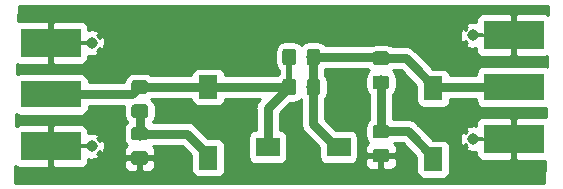
<source format=gbr>
G04 #@! TF.GenerationSoftware,KiCad,Pcbnew,(5.0.2)-1*
G04 #@! TF.CreationDate,2019-04-22T16:25:30-07:00*
G04 #@! TF.ProjectId,Image_Filter_Rev1,496d6167-655f-4466-996c-7465725f5265,rev?*
G04 #@! TF.SameCoordinates,Original*
G04 #@! TF.FileFunction,Copper,L1,Top*
G04 #@! TF.FilePolarity,Positive*
%FSLAX46Y46*%
G04 Gerber Fmt 4.6, Leading zero omitted, Abs format (unit mm)*
G04 Created by KiCad (PCBNEW (5.0.2)-1) date 4/22/2019 4:25:30 PM*
%MOMM*%
%LPD*%
G01*
G04 APERTURE LIST*
G04 #@! TA.AperFunction,Conductor*
%ADD10C,0.100000*%
G04 #@! TD*
G04 #@! TA.AperFunction,SMDPad,CuDef*
%ADD11C,1.150000*%
G04 #@! TD*
G04 #@! TA.AperFunction,SMDPad,CuDef*
%ADD12R,1.600000X2.000000*%
G04 #@! TD*
G04 #@! TA.AperFunction,SMDPad,CuDef*
%ADD13R,2.000000X1.600000*%
G04 #@! TD*
G04 #@! TA.AperFunction,SMDPad,CuDef*
%ADD14R,5.080000X2.290000*%
G04 #@! TD*
G04 #@! TA.AperFunction,SMDPad,CuDef*
%ADD15R,5.080000X2.420000*%
G04 #@! TD*
G04 #@! TA.AperFunction,ViaPad*
%ADD16C,0.970000*%
G04 #@! TD*
G04 #@! TA.AperFunction,Conductor*
%ADD17R,0.950000X0.460000*%
G04 #@! TD*
G04 #@! TA.AperFunction,Conductor*
%ADD18C,0.762000*%
G04 #@! TD*
G04 #@! TA.AperFunction,Conductor*
%ADD19C,0.508000*%
G04 #@! TD*
G04 #@! TA.AperFunction,Conductor*
%ADD20C,0.250000*%
G04 #@! TD*
G04 #@! TA.AperFunction,Conductor*
%ADD21C,0.254000*%
G04 #@! TD*
G04 APERTURE END LIST*
D10*
G04 #@! TO.N,Net-(C1-Pad1)*
G04 #@! TO.C,C1*
G36*
X114037905Y-82611204D02*
X114062173Y-82614804D01*
X114085972Y-82620765D01*
X114109071Y-82629030D01*
X114131250Y-82639520D01*
X114152293Y-82652132D01*
X114171999Y-82666747D01*
X114190177Y-82683223D01*
X114206653Y-82701401D01*
X114221268Y-82721107D01*
X114233880Y-82742150D01*
X114244370Y-82764329D01*
X114252635Y-82787428D01*
X114258596Y-82811227D01*
X114262196Y-82835495D01*
X114263400Y-82859999D01*
X114263400Y-83510001D01*
X114262196Y-83534505D01*
X114258596Y-83558773D01*
X114252635Y-83582572D01*
X114244370Y-83605671D01*
X114233880Y-83627850D01*
X114221268Y-83648893D01*
X114206653Y-83668599D01*
X114190177Y-83686777D01*
X114171999Y-83703253D01*
X114152293Y-83717868D01*
X114131250Y-83730480D01*
X114109071Y-83740970D01*
X114085972Y-83749235D01*
X114062173Y-83755196D01*
X114037905Y-83758796D01*
X114013401Y-83760000D01*
X113113399Y-83760000D01*
X113088895Y-83758796D01*
X113064627Y-83755196D01*
X113040828Y-83749235D01*
X113017729Y-83740970D01*
X112995550Y-83730480D01*
X112974507Y-83717868D01*
X112954801Y-83703253D01*
X112936623Y-83686777D01*
X112920147Y-83668599D01*
X112905532Y-83648893D01*
X112892920Y-83627850D01*
X112882430Y-83605671D01*
X112874165Y-83582572D01*
X112868204Y-83558773D01*
X112864604Y-83534505D01*
X112863400Y-83510001D01*
X112863400Y-82859999D01*
X112864604Y-82835495D01*
X112868204Y-82811227D01*
X112874165Y-82787428D01*
X112882430Y-82764329D01*
X112892920Y-82742150D01*
X112905532Y-82721107D01*
X112920147Y-82701401D01*
X112936623Y-82683223D01*
X112954801Y-82666747D01*
X112974507Y-82652132D01*
X112995550Y-82639520D01*
X113017729Y-82629030D01*
X113040828Y-82620765D01*
X113064627Y-82614804D01*
X113088895Y-82611204D01*
X113113399Y-82610000D01*
X114013401Y-82610000D01*
X114037905Y-82611204D01*
X114037905Y-82611204D01*
G37*
D11*
G04 #@! TD*
G04 #@! TO.P,C1,1*
G04 #@! TO.N,Net-(C1-Pad1)*
X113563400Y-83185000D03*
D10*
G04 #@! TO.N,Net-(C1-Pad2)*
G04 #@! TO.C,C1*
G36*
X114037905Y-84661204D02*
X114062173Y-84664804D01*
X114085972Y-84670765D01*
X114109071Y-84679030D01*
X114131250Y-84689520D01*
X114152293Y-84702132D01*
X114171999Y-84716747D01*
X114190177Y-84733223D01*
X114206653Y-84751401D01*
X114221268Y-84771107D01*
X114233880Y-84792150D01*
X114244370Y-84814329D01*
X114252635Y-84837428D01*
X114258596Y-84861227D01*
X114262196Y-84885495D01*
X114263400Y-84909999D01*
X114263400Y-85560001D01*
X114262196Y-85584505D01*
X114258596Y-85608773D01*
X114252635Y-85632572D01*
X114244370Y-85655671D01*
X114233880Y-85677850D01*
X114221268Y-85698893D01*
X114206653Y-85718599D01*
X114190177Y-85736777D01*
X114171999Y-85753253D01*
X114152293Y-85767868D01*
X114131250Y-85780480D01*
X114109071Y-85790970D01*
X114085972Y-85799235D01*
X114062173Y-85805196D01*
X114037905Y-85808796D01*
X114013401Y-85810000D01*
X113113399Y-85810000D01*
X113088895Y-85808796D01*
X113064627Y-85805196D01*
X113040828Y-85799235D01*
X113017729Y-85790970D01*
X112995550Y-85780480D01*
X112974507Y-85767868D01*
X112954801Y-85753253D01*
X112936623Y-85736777D01*
X112920147Y-85718599D01*
X112905532Y-85698893D01*
X112892920Y-85677850D01*
X112882430Y-85655671D01*
X112874165Y-85632572D01*
X112868204Y-85608773D01*
X112864604Y-85584505D01*
X112863400Y-85560001D01*
X112863400Y-84909999D01*
X112864604Y-84885495D01*
X112868204Y-84861227D01*
X112874165Y-84837428D01*
X112882430Y-84814329D01*
X112892920Y-84792150D01*
X112905532Y-84771107D01*
X112920147Y-84751401D01*
X112936623Y-84733223D01*
X112954801Y-84716747D01*
X112974507Y-84702132D01*
X112995550Y-84689520D01*
X113017729Y-84679030D01*
X113040828Y-84670765D01*
X113064627Y-84664804D01*
X113088895Y-84661204D01*
X113113399Y-84660000D01*
X114013401Y-84660000D01*
X114037905Y-84661204D01*
X114037905Y-84661204D01*
G37*
D11*
G04 #@! TD*
G04 #@! TO.P,C1,2*
G04 #@! TO.N,Net-(C1-Pad2)*
X113563400Y-85235000D03*
D10*
G04 #@! TO.N,Net-(C2-Pad1)*
G04 #@! TO.C,C2*
G36*
X128619505Y-82486204D02*
X128643773Y-82489804D01*
X128667572Y-82495765D01*
X128690671Y-82504030D01*
X128712850Y-82514520D01*
X128733893Y-82527132D01*
X128753599Y-82541747D01*
X128771777Y-82558223D01*
X128788253Y-82576401D01*
X128802868Y-82596107D01*
X128815480Y-82617150D01*
X128825970Y-82639329D01*
X128834235Y-82662428D01*
X128840196Y-82686227D01*
X128843796Y-82710495D01*
X128845000Y-82734999D01*
X128845000Y-83635001D01*
X128843796Y-83659505D01*
X128840196Y-83683773D01*
X128834235Y-83707572D01*
X128825970Y-83730671D01*
X128815480Y-83752850D01*
X128802868Y-83773893D01*
X128788253Y-83793599D01*
X128771777Y-83811777D01*
X128753599Y-83828253D01*
X128733893Y-83842868D01*
X128712850Y-83855480D01*
X128690671Y-83865970D01*
X128667572Y-83874235D01*
X128643773Y-83880196D01*
X128619505Y-83883796D01*
X128595001Y-83885000D01*
X127944999Y-83885000D01*
X127920495Y-83883796D01*
X127896227Y-83880196D01*
X127872428Y-83874235D01*
X127849329Y-83865970D01*
X127827150Y-83855480D01*
X127806107Y-83842868D01*
X127786401Y-83828253D01*
X127768223Y-83811777D01*
X127751747Y-83793599D01*
X127737132Y-83773893D01*
X127724520Y-83752850D01*
X127714030Y-83730671D01*
X127705765Y-83707572D01*
X127699804Y-83683773D01*
X127696204Y-83659505D01*
X127695000Y-83635001D01*
X127695000Y-82734999D01*
X127696204Y-82710495D01*
X127699804Y-82686227D01*
X127705765Y-82662428D01*
X127714030Y-82639329D01*
X127724520Y-82617150D01*
X127737132Y-82596107D01*
X127751747Y-82576401D01*
X127768223Y-82558223D01*
X127786401Y-82541747D01*
X127806107Y-82527132D01*
X127827150Y-82514520D01*
X127849329Y-82504030D01*
X127872428Y-82495765D01*
X127896227Y-82489804D01*
X127920495Y-82486204D01*
X127944999Y-82485000D01*
X128595001Y-82485000D01*
X128619505Y-82486204D01*
X128619505Y-82486204D01*
G37*
D11*
G04 #@! TD*
G04 #@! TO.P,C2,1*
G04 #@! TO.N,Net-(C2-Pad1)*
X128270000Y-83185000D03*
D10*
G04 #@! TO.N,Net-(C1-Pad1)*
G04 #@! TO.C,C2*
G36*
X126569505Y-82486204D02*
X126593773Y-82489804D01*
X126617572Y-82495765D01*
X126640671Y-82504030D01*
X126662850Y-82514520D01*
X126683893Y-82527132D01*
X126703599Y-82541747D01*
X126721777Y-82558223D01*
X126738253Y-82576401D01*
X126752868Y-82596107D01*
X126765480Y-82617150D01*
X126775970Y-82639329D01*
X126784235Y-82662428D01*
X126790196Y-82686227D01*
X126793796Y-82710495D01*
X126795000Y-82734999D01*
X126795000Y-83635001D01*
X126793796Y-83659505D01*
X126790196Y-83683773D01*
X126784235Y-83707572D01*
X126775970Y-83730671D01*
X126765480Y-83752850D01*
X126752868Y-83773893D01*
X126738253Y-83793599D01*
X126721777Y-83811777D01*
X126703599Y-83828253D01*
X126683893Y-83842868D01*
X126662850Y-83855480D01*
X126640671Y-83865970D01*
X126617572Y-83874235D01*
X126593773Y-83880196D01*
X126569505Y-83883796D01*
X126545001Y-83885000D01*
X125894999Y-83885000D01*
X125870495Y-83883796D01*
X125846227Y-83880196D01*
X125822428Y-83874235D01*
X125799329Y-83865970D01*
X125777150Y-83855480D01*
X125756107Y-83842868D01*
X125736401Y-83828253D01*
X125718223Y-83811777D01*
X125701747Y-83793599D01*
X125687132Y-83773893D01*
X125674520Y-83752850D01*
X125664030Y-83730671D01*
X125655765Y-83707572D01*
X125649804Y-83683773D01*
X125646204Y-83659505D01*
X125645000Y-83635001D01*
X125645000Y-82734999D01*
X125646204Y-82710495D01*
X125649804Y-82686227D01*
X125655765Y-82662428D01*
X125664030Y-82639329D01*
X125674520Y-82617150D01*
X125687132Y-82596107D01*
X125701747Y-82576401D01*
X125718223Y-82558223D01*
X125736401Y-82541747D01*
X125756107Y-82527132D01*
X125777150Y-82514520D01*
X125799329Y-82504030D01*
X125822428Y-82495765D01*
X125846227Y-82489804D01*
X125870495Y-82486204D01*
X125894999Y-82485000D01*
X126545001Y-82485000D01*
X126569505Y-82486204D01*
X126569505Y-82486204D01*
G37*
D11*
G04 #@! TD*
G04 #@! TO.P,C2,2*
G04 #@! TO.N,Net-(C1-Pad1)*
X126220000Y-83185000D03*
D10*
G04 #@! TO.N,Net-(C3-Pad2)*
G04 #@! TO.C,C3*
G36*
X134459505Y-82222804D02*
X134483773Y-82226404D01*
X134507572Y-82232365D01*
X134530671Y-82240630D01*
X134552850Y-82251120D01*
X134573893Y-82263732D01*
X134593599Y-82278347D01*
X134611777Y-82294823D01*
X134628253Y-82313001D01*
X134642868Y-82332707D01*
X134655480Y-82353750D01*
X134665970Y-82375929D01*
X134674235Y-82399028D01*
X134680196Y-82422827D01*
X134683796Y-82447095D01*
X134685000Y-82471599D01*
X134685000Y-83121601D01*
X134683796Y-83146105D01*
X134680196Y-83170373D01*
X134674235Y-83194172D01*
X134665970Y-83217271D01*
X134655480Y-83239450D01*
X134642868Y-83260493D01*
X134628253Y-83280199D01*
X134611777Y-83298377D01*
X134593599Y-83314853D01*
X134573893Y-83329468D01*
X134552850Y-83342080D01*
X134530671Y-83352570D01*
X134507572Y-83360835D01*
X134483773Y-83366796D01*
X134459505Y-83370396D01*
X134435001Y-83371600D01*
X133534999Y-83371600D01*
X133510495Y-83370396D01*
X133486227Y-83366796D01*
X133462428Y-83360835D01*
X133439329Y-83352570D01*
X133417150Y-83342080D01*
X133396107Y-83329468D01*
X133376401Y-83314853D01*
X133358223Y-83298377D01*
X133341747Y-83280199D01*
X133327132Y-83260493D01*
X133314520Y-83239450D01*
X133304030Y-83217271D01*
X133295765Y-83194172D01*
X133289804Y-83170373D01*
X133286204Y-83146105D01*
X133285000Y-83121601D01*
X133285000Y-82471599D01*
X133286204Y-82447095D01*
X133289804Y-82422827D01*
X133295765Y-82399028D01*
X133304030Y-82375929D01*
X133314520Y-82353750D01*
X133327132Y-82332707D01*
X133341747Y-82313001D01*
X133358223Y-82294823D01*
X133376401Y-82278347D01*
X133396107Y-82263732D01*
X133417150Y-82251120D01*
X133439329Y-82240630D01*
X133462428Y-82232365D01*
X133486227Y-82226404D01*
X133510495Y-82222804D01*
X133534999Y-82221600D01*
X134435001Y-82221600D01*
X134459505Y-82222804D01*
X134459505Y-82222804D01*
G37*
D11*
G04 #@! TD*
G04 #@! TO.P,C3,2*
G04 #@! TO.N,Net-(C3-Pad2)*
X133985000Y-82796600D03*
D10*
G04 #@! TO.N,Net-(C2-Pad1)*
G04 #@! TO.C,C3*
G36*
X134459505Y-80172804D02*
X134483773Y-80176404D01*
X134507572Y-80182365D01*
X134530671Y-80190630D01*
X134552850Y-80201120D01*
X134573893Y-80213732D01*
X134593599Y-80228347D01*
X134611777Y-80244823D01*
X134628253Y-80263001D01*
X134642868Y-80282707D01*
X134655480Y-80303750D01*
X134665970Y-80325929D01*
X134674235Y-80349028D01*
X134680196Y-80372827D01*
X134683796Y-80397095D01*
X134685000Y-80421599D01*
X134685000Y-81071601D01*
X134683796Y-81096105D01*
X134680196Y-81120373D01*
X134674235Y-81144172D01*
X134665970Y-81167271D01*
X134655480Y-81189450D01*
X134642868Y-81210493D01*
X134628253Y-81230199D01*
X134611777Y-81248377D01*
X134593599Y-81264853D01*
X134573893Y-81279468D01*
X134552850Y-81292080D01*
X134530671Y-81302570D01*
X134507572Y-81310835D01*
X134483773Y-81316796D01*
X134459505Y-81320396D01*
X134435001Y-81321600D01*
X133534999Y-81321600D01*
X133510495Y-81320396D01*
X133486227Y-81316796D01*
X133462428Y-81310835D01*
X133439329Y-81302570D01*
X133417150Y-81292080D01*
X133396107Y-81279468D01*
X133376401Y-81264853D01*
X133358223Y-81248377D01*
X133341747Y-81230199D01*
X133327132Y-81210493D01*
X133314520Y-81189450D01*
X133304030Y-81167271D01*
X133295765Y-81144172D01*
X133289804Y-81120373D01*
X133286204Y-81096105D01*
X133285000Y-81071601D01*
X133285000Y-80421599D01*
X133286204Y-80397095D01*
X133289804Y-80372827D01*
X133295765Y-80349028D01*
X133304030Y-80325929D01*
X133314520Y-80303750D01*
X133327132Y-80282707D01*
X133341747Y-80263001D01*
X133358223Y-80244823D01*
X133376401Y-80228347D01*
X133396107Y-80213732D01*
X133417150Y-80201120D01*
X133439329Y-80190630D01*
X133462428Y-80182365D01*
X133486227Y-80176404D01*
X133510495Y-80172804D01*
X133534999Y-80171600D01*
X134435001Y-80171600D01*
X134459505Y-80172804D01*
X134459505Y-80172804D01*
G37*
D11*
G04 #@! TD*
G04 #@! TO.P,C3,1*
G04 #@! TO.N,Net-(C2-Pad1)*
X133985000Y-80746600D03*
D12*
G04 #@! TO.P,C4,1*
G04 #@! TO.N,Net-(C1-Pad1)*
X119380000Y-83185000D03*
G04 #@! TO.P,C4,2*
G04 #@! TO.N,Net-(C1-Pad2)*
X119380000Y-89185000D03*
G04 #@! TD*
D13*
G04 #@! TO.P,C5,2*
G04 #@! TO.N,Net-(C1-Pad1)*
X124399040Y-88265000D03*
G04 #@! TO.P,C5,1*
G04 #@! TO.N,Net-(C2-Pad1)*
X130399040Y-88265000D03*
G04 #@! TD*
D12*
G04 #@! TO.P,C6,1*
G04 #@! TO.N,Net-(C2-Pad1)*
X138430000Y-83296760D03*
G04 #@! TO.P,C6,2*
G04 #@! TO.N,Net-(C3-Pad2)*
X138430000Y-89296760D03*
G04 #@! TD*
D14*
G04 #@! TO.P,J1,1*
G04 #@! TO.N,Net-(C1-Pad1)*
X106045000Y-83820000D03*
D15*
G04 #@! TO.P,J1,2*
G04 #@! TO.N,GND*
X106045000Y-79440000D03*
X106045000Y-88200000D03*
D16*
G04 #@! TD*
G04 #@! TO.N,GND*
G04 #@! TO.C,J1*
X109485000Y-79440000D03*
G04 #@! TO.N,GND*
G04 #@! TO.C,J1*
X109485000Y-88200000D03*
D17*
X109035000Y-79440000D03*
X109035000Y-88200000D03*
G04 #@! TD*
G04 #@! TO.N,GND*
G04 #@! TO.C,J2*
X142240000Y-78805000D03*
X142240000Y-87565000D03*
D16*
X141790000Y-78805000D03*
X141790000Y-87565000D03*
D15*
G04 #@! TD*
G04 #@! TO.P,J2,2*
G04 #@! TO.N,GND*
X145230000Y-78805000D03*
G04 #@! TO.P,J2,2*
G04 #@! TO.N,GND*
X145230000Y-87565000D03*
D14*
G04 #@! TO.P,J2,1*
G04 #@! TO.N,Net-(C2-Pad1)*
X145230000Y-83185000D03*
G04 #@! TD*
D10*
G04 #@! TO.N,GND*
G04 #@! TO.C,L1*
G36*
X114022665Y-88613444D02*
X114046933Y-88617044D01*
X114070732Y-88623005D01*
X114093831Y-88631270D01*
X114116010Y-88641760D01*
X114137053Y-88654372D01*
X114156759Y-88668987D01*
X114174937Y-88685463D01*
X114191413Y-88703641D01*
X114206028Y-88723347D01*
X114218640Y-88744390D01*
X114229130Y-88766569D01*
X114237395Y-88789668D01*
X114243356Y-88813467D01*
X114246956Y-88837735D01*
X114248160Y-88862239D01*
X114248160Y-89512241D01*
X114246956Y-89536745D01*
X114243356Y-89561013D01*
X114237395Y-89584812D01*
X114229130Y-89607911D01*
X114218640Y-89630090D01*
X114206028Y-89651133D01*
X114191413Y-89670839D01*
X114174937Y-89689017D01*
X114156759Y-89705493D01*
X114137053Y-89720108D01*
X114116010Y-89732720D01*
X114093831Y-89743210D01*
X114070732Y-89751475D01*
X114046933Y-89757436D01*
X114022665Y-89761036D01*
X113998161Y-89762240D01*
X113098159Y-89762240D01*
X113073655Y-89761036D01*
X113049387Y-89757436D01*
X113025588Y-89751475D01*
X113002489Y-89743210D01*
X112980310Y-89732720D01*
X112959267Y-89720108D01*
X112939561Y-89705493D01*
X112921383Y-89689017D01*
X112904907Y-89670839D01*
X112890292Y-89651133D01*
X112877680Y-89630090D01*
X112867190Y-89607911D01*
X112858925Y-89584812D01*
X112852964Y-89561013D01*
X112849364Y-89536745D01*
X112848160Y-89512241D01*
X112848160Y-88862239D01*
X112849364Y-88837735D01*
X112852964Y-88813467D01*
X112858925Y-88789668D01*
X112867190Y-88766569D01*
X112877680Y-88744390D01*
X112890292Y-88723347D01*
X112904907Y-88703641D01*
X112921383Y-88685463D01*
X112939561Y-88668987D01*
X112959267Y-88654372D01*
X112980310Y-88641760D01*
X113002489Y-88631270D01*
X113025588Y-88623005D01*
X113049387Y-88617044D01*
X113073655Y-88613444D01*
X113098159Y-88612240D01*
X113998161Y-88612240D01*
X114022665Y-88613444D01*
X114022665Y-88613444D01*
G37*
D11*
G04 #@! TD*
G04 #@! TO.P,L1,2*
G04 #@! TO.N,GND*
X113548160Y-89187240D03*
D10*
G04 #@! TO.N,Net-(C1-Pad2)*
G04 #@! TO.C,L1*
G36*
X114022665Y-86563444D02*
X114046933Y-86567044D01*
X114070732Y-86573005D01*
X114093831Y-86581270D01*
X114116010Y-86591760D01*
X114137053Y-86604372D01*
X114156759Y-86618987D01*
X114174937Y-86635463D01*
X114191413Y-86653641D01*
X114206028Y-86673347D01*
X114218640Y-86694390D01*
X114229130Y-86716569D01*
X114237395Y-86739668D01*
X114243356Y-86763467D01*
X114246956Y-86787735D01*
X114248160Y-86812239D01*
X114248160Y-87462241D01*
X114246956Y-87486745D01*
X114243356Y-87511013D01*
X114237395Y-87534812D01*
X114229130Y-87557911D01*
X114218640Y-87580090D01*
X114206028Y-87601133D01*
X114191413Y-87620839D01*
X114174937Y-87639017D01*
X114156759Y-87655493D01*
X114137053Y-87670108D01*
X114116010Y-87682720D01*
X114093831Y-87693210D01*
X114070732Y-87701475D01*
X114046933Y-87707436D01*
X114022665Y-87711036D01*
X113998161Y-87712240D01*
X113098159Y-87712240D01*
X113073655Y-87711036D01*
X113049387Y-87707436D01*
X113025588Y-87701475D01*
X113002489Y-87693210D01*
X112980310Y-87682720D01*
X112959267Y-87670108D01*
X112939561Y-87655493D01*
X112921383Y-87639017D01*
X112904907Y-87620839D01*
X112890292Y-87601133D01*
X112877680Y-87580090D01*
X112867190Y-87557911D01*
X112858925Y-87534812D01*
X112852964Y-87511013D01*
X112849364Y-87486745D01*
X112848160Y-87462241D01*
X112848160Y-86812239D01*
X112849364Y-86787735D01*
X112852964Y-86763467D01*
X112858925Y-86739668D01*
X112867190Y-86716569D01*
X112877680Y-86694390D01*
X112890292Y-86673347D01*
X112904907Y-86653641D01*
X112921383Y-86635463D01*
X112939561Y-86618987D01*
X112959267Y-86604372D01*
X112980310Y-86591760D01*
X113002489Y-86581270D01*
X113025588Y-86573005D01*
X113049387Y-86567044D01*
X113073655Y-86563444D01*
X113098159Y-86562240D01*
X113998161Y-86562240D01*
X114022665Y-86563444D01*
X114022665Y-86563444D01*
G37*
D11*
G04 #@! TD*
G04 #@! TO.P,L1,1*
G04 #@! TO.N,Net-(C1-Pad2)*
X113548160Y-87137240D03*
D10*
G04 #@! TO.N,Net-(C1-Pad1)*
G04 #@! TO.C,L2*
G36*
X126569505Y-79946204D02*
X126593773Y-79949804D01*
X126617572Y-79955765D01*
X126640671Y-79964030D01*
X126662850Y-79974520D01*
X126683893Y-79987132D01*
X126703599Y-80001747D01*
X126721777Y-80018223D01*
X126738253Y-80036401D01*
X126752868Y-80056107D01*
X126765480Y-80077150D01*
X126775970Y-80099329D01*
X126784235Y-80122428D01*
X126790196Y-80146227D01*
X126793796Y-80170495D01*
X126795000Y-80194999D01*
X126795000Y-81095001D01*
X126793796Y-81119505D01*
X126790196Y-81143773D01*
X126784235Y-81167572D01*
X126775970Y-81190671D01*
X126765480Y-81212850D01*
X126752868Y-81233893D01*
X126738253Y-81253599D01*
X126721777Y-81271777D01*
X126703599Y-81288253D01*
X126683893Y-81302868D01*
X126662850Y-81315480D01*
X126640671Y-81325970D01*
X126617572Y-81334235D01*
X126593773Y-81340196D01*
X126569505Y-81343796D01*
X126545001Y-81345000D01*
X125894999Y-81345000D01*
X125870495Y-81343796D01*
X125846227Y-81340196D01*
X125822428Y-81334235D01*
X125799329Y-81325970D01*
X125777150Y-81315480D01*
X125756107Y-81302868D01*
X125736401Y-81288253D01*
X125718223Y-81271777D01*
X125701747Y-81253599D01*
X125687132Y-81233893D01*
X125674520Y-81212850D01*
X125664030Y-81190671D01*
X125655765Y-81167572D01*
X125649804Y-81143773D01*
X125646204Y-81119505D01*
X125645000Y-81095001D01*
X125645000Y-80194999D01*
X125646204Y-80170495D01*
X125649804Y-80146227D01*
X125655765Y-80122428D01*
X125664030Y-80099329D01*
X125674520Y-80077150D01*
X125687132Y-80056107D01*
X125701747Y-80036401D01*
X125718223Y-80018223D01*
X125736401Y-80001747D01*
X125756107Y-79987132D01*
X125777150Y-79974520D01*
X125799329Y-79964030D01*
X125822428Y-79955765D01*
X125846227Y-79949804D01*
X125870495Y-79946204D01*
X125894999Y-79945000D01*
X126545001Y-79945000D01*
X126569505Y-79946204D01*
X126569505Y-79946204D01*
G37*
D11*
G04 #@! TD*
G04 #@! TO.P,L2,1*
G04 #@! TO.N,Net-(C1-Pad1)*
X126220000Y-80645000D03*
D10*
G04 #@! TO.N,Net-(C2-Pad1)*
G04 #@! TO.C,L2*
G36*
X128619505Y-79946204D02*
X128643773Y-79949804D01*
X128667572Y-79955765D01*
X128690671Y-79964030D01*
X128712850Y-79974520D01*
X128733893Y-79987132D01*
X128753599Y-80001747D01*
X128771777Y-80018223D01*
X128788253Y-80036401D01*
X128802868Y-80056107D01*
X128815480Y-80077150D01*
X128825970Y-80099329D01*
X128834235Y-80122428D01*
X128840196Y-80146227D01*
X128843796Y-80170495D01*
X128845000Y-80194999D01*
X128845000Y-81095001D01*
X128843796Y-81119505D01*
X128840196Y-81143773D01*
X128834235Y-81167572D01*
X128825970Y-81190671D01*
X128815480Y-81212850D01*
X128802868Y-81233893D01*
X128788253Y-81253599D01*
X128771777Y-81271777D01*
X128753599Y-81288253D01*
X128733893Y-81302868D01*
X128712850Y-81315480D01*
X128690671Y-81325970D01*
X128667572Y-81334235D01*
X128643773Y-81340196D01*
X128619505Y-81343796D01*
X128595001Y-81345000D01*
X127944999Y-81345000D01*
X127920495Y-81343796D01*
X127896227Y-81340196D01*
X127872428Y-81334235D01*
X127849329Y-81325970D01*
X127827150Y-81315480D01*
X127806107Y-81302868D01*
X127786401Y-81288253D01*
X127768223Y-81271777D01*
X127751747Y-81253599D01*
X127737132Y-81233893D01*
X127724520Y-81212850D01*
X127714030Y-81190671D01*
X127705765Y-81167572D01*
X127699804Y-81143773D01*
X127696204Y-81119505D01*
X127695000Y-81095001D01*
X127695000Y-80194999D01*
X127696204Y-80170495D01*
X127699804Y-80146227D01*
X127705765Y-80122428D01*
X127714030Y-80099329D01*
X127724520Y-80077150D01*
X127737132Y-80056107D01*
X127751747Y-80036401D01*
X127768223Y-80018223D01*
X127786401Y-80001747D01*
X127806107Y-79987132D01*
X127827150Y-79974520D01*
X127849329Y-79964030D01*
X127872428Y-79955765D01*
X127896227Y-79949804D01*
X127920495Y-79946204D01*
X127944999Y-79945000D01*
X128595001Y-79945000D01*
X128619505Y-79946204D01*
X128619505Y-79946204D01*
G37*
D11*
G04 #@! TD*
G04 #@! TO.P,L2,2*
G04 #@! TO.N,Net-(C2-Pad1)*
X128270000Y-80645000D03*
D10*
G04 #@! TO.N,Net-(C3-Pad2)*
G04 #@! TO.C,L3*
G36*
X134459505Y-86377804D02*
X134483773Y-86381404D01*
X134507572Y-86387365D01*
X134530671Y-86395630D01*
X134552850Y-86406120D01*
X134573893Y-86418732D01*
X134593599Y-86433347D01*
X134611777Y-86449823D01*
X134628253Y-86468001D01*
X134642868Y-86487707D01*
X134655480Y-86508750D01*
X134665970Y-86530929D01*
X134674235Y-86554028D01*
X134680196Y-86577827D01*
X134683796Y-86602095D01*
X134685000Y-86626599D01*
X134685000Y-87276601D01*
X134683796Y-87301105D01*
X134680196Y-87325373D01*
X134674235Y-87349172D01*
X134665970Y-87372271D01*
X134655480Y-87394450D01*
X134642868Y-87415493D01*
X134628253Y-87435199D01*
X134611777Y-87453377D01*
X134593599Y-87469853D01*
X134573893Y-87484468D01*
X134552850Y-87497080D01*
X134530671Y-87507570D01*
X134507572Y-87515835D01*
X134483773Y-87521796D01*
X134459505Y-87525396D01*
X134435001Y-87526600D01*
X133534999Y-87526600D01*
X133510495Y-87525396D01*
X133486227Y-87521796D01*
X133462428Y-87515835D01*
X133439329Y-87507570D01*
X133417150Y-87497080D01*
X133396107Y-87484468D01*
X133376401Y-87469853D01*
X133358223Y-87453377D01*
X133341747Y-87435199D01*
X133327132Y-87415493D01*
X133314520Y-87394450D01*
X133304030Y-87372271D01*
X133295765Y-87349172D01*
X133289804Y-87325373D01*
X133286204Y-87301105D01*
X133285000Y-87276601D01*
X133285000Y-86626599D01*
X133286204Y-86602095D01*
X133289804Y-86577827D01*
X133295765Y-86554028D01*
X133304030Y-86530929D01*
X133314520Y-86508750D01*
X133327132Y-86487707D01*
X133341747Y-86468001D01*
X133358223Y-86449823D01*
X133376401Y-86433347D01*
X133396107Y-86418732D01*
X133417150Y-86406120D01*
X133439329Y-86395630D01*
X133462428Y-86387365D01*
X133486227Y-86381404D01*
X133510495Y-86377804D01*
X133534999Y-86376600D01*
X134435001Y-86376600D01*
X134459505Y-86377804D01*
X134459505Y-86377804D01*
G37*
D11*
G04 #@! TD*
G04 #@! TO.P,L3,1*
G04 #@! TO.N,Net-(C3-Pad2)*
X133985000Y-86951600D03*
D10*
G04 #@! TO.N,GND*
G04 #@! TO.C,L3*
G36*
X134459505Y-88427804D02*
X134483773Y-88431404D01*
X134507572Y-88437365D01*
X134530671Y-88445630D01*
X134552850Y-88456120D01*
X134573893Y-88468732D01*
X134593599Y-88483347D01*
X134611777Y-88499823D01*
X134628253Y-88518001D01*
X134642868Y-88537707D01*
X134655480Y-88558750D01*
X134665970Y-88580929D01*
X134674235Y-88604028D01*
X134680196Y-88627827D01*
X134683796Y-88652095D01*
X134685000Y-88676599D01*
X134685000Y-89326601D01*
X134683796Y-89351105D01*
X134680196Y-89375373D01*
X134674235Y-89399172D01*
X134665970Y-89422271D01*
X134655480Y-89444450D01*
X134642868Y-89465493D01*
X134628253Y-89485199D01*
X134611777Y-89503377D01*
X134593599Y-89519853D01*
X134573893Y-89534468D01*
X134552850Y-89547080D01*
X134530671Y-89557570D01*
X134507572Y-89565835D01*
X134483773Y-89571796D01*
X134459505Y-89575396D01*
X134435001Y-89576600D01*
X133534999Y-89576600D01*
X133510495Y-89575396D01*
X133486227Y-89571796D01*
X133462428Y-89565835D01*
X133439329Y-89557570D01*
X133417150Y-89547080D01*
X133396107Y-89534468D01*
X133376401Y-89519853D01*
X133358223Y-89503377D01*
X133341747Y-89485199D01*
X133327132Y-89465493D01*
X133314520Y-89444450D01*
X133304030Y-89422271D01*
X133295765Y-89399172D01*
X133289804Y-89375373D01*
X133286204Y-89351105D01*
X133285000Y-89326601D01*
X133285000Y-88676599D01*
X133286204Y-88652095D01*
X133289804Y-88627827D01*
X133295765Y-88604028D01*
X133304030Y-88580929D01*
X133314520Y-88558750D01*
X133327132Y-88537707D01*
X133341747Y-88518001D01*
X133358223Y-88499823D01*
X133376401Y-88483347D01*
X133396107Y-88468732D01*
X133417150Y-88456120D01*
X133439329Y-88445630D01*
X133462428Y-88437365D01*
X133486227Y-88431404D01*
X133510495Y-88427804D01*
X133534999Y-88426600D01*
X134435001Y-88426600D01*
X134459505Y-88427804D01*
X134459505Y-88427804D01*
G37*
D11*
G04 #@! TD*
G04 #@! TO.P,L3,2*
G04 #@! TO.N,GND*
X133985000Y-89001600D03*
D18*
G04 #@! TO.N,Net-(C1-Pad1)*
X112928400Y-83820000D02*
X113563400Y-83185000D01*
X106045000Y-83820000D02*
X112928400Y-83820000D01*
X113563400Y-83185000D02*
X126220000Y-83185000D01*
D19*
X126220000Y-80645000D02*
X126220000Y-83185000D01*
D18*
X124399040Y-85005960D02*
X124399040Y-88265000D01*
X126220000Y-83185000D02*
X124399040Y-85005960D01*
D20*
G04 #@! TO.N,Net-(C1-Pad2)*
X113563400Y-87122000D02*
X113548160Y-87137240D01*
D18*
X113563400Y-85235000D02*
X113563400Y-87122000D01*
D20*
X119380000Y-88985000D02*
X119380000Y-89185000D01*
D18*
X117532240Y-87137240D02*
X119380000Y-88985000D01*
X113548160Y-87137240D02*
X117532240Y-87137240D01*
G04 #@! TO.N,Net-(C2-Pad1)*
X128270000Y-80645000D02*
X128270000Y-83185000D01*
D20*
X130199040Y-88265000D02*
X130399040Y-88265000D01*
D18*
X128270000Y-86335960D02*
X130199040Y-88265000D01*
X128270000Y-83185000D02*
X128270000Y-86335960D01*
D20*
X133883400Y-80645000D02*
X133985000Y-80746600D01*
D18*
X128270000Y-80645000D02*
X133883400Y-80645000D01*
D20*
X138430000Y-83096760D02*
X138430000Y-83296760D01*
D18*
X133985000Y-80746600D02*
X136079840Y-80746600D01*
X138518240Y-83185000D02*
X145230000Y-83185000D01*
X136613240Y-81280000D02*
X138518240Y-83185000D01*
D20*
X136613240Y-81280000D02*
X138430000Y-83096760D01*
D18*
X136079840Y-80746600D02*
X136613240Y-81280000D01*
G04 #@! TO.N,Net-(C3-Pad2)*
X133985000Y-82796600D02*
X133985000Y-86951600D01*
D20*
X138430000Y-89096760D02*
X138430000Y-89296760D01*
D18*
X136284840Y-86951600D02*
X138430000Y-89096760D01*
X133985000Y-86951600D02*
X136284840Y-86951600D01*
D20*
G04 #@! TO.N,GND*
X141790000Y-78805000D02*
X145230000Y-78805000D01*
X141790000Y-87565000D02*
X145230000Y-87565000D01*
X109485000Y-88200000D02*
X106045000Y-88200000D01*
X109485000Y-79440000D02*
X106045000Y-79440000D01*
G04 #@! TD*
D21*
G04 #@! TO.N,GND*
G36*
X132900414Y-81706186D02*
X132998313Y-81771600D01*
X132900414Y-81837014D01*
X132705873Y-82128164D01*
X132637560Y-82471599D01*
X132637560Y-83121601D01*
X132705873Y-83465036D01*
X132900414Y-83756186D01*
X132969000Y-83802014D01*
X132969001Y-85946186D01*
X132900414Y-85992014D01*
X132705873Y-86283164D01*
X132637560Y-86626599D01*
X132637560Y-87276601D01*
X132705873Y-87620036D01*
X132900414Y-87911186D01*
X132901597Y-87911977D01*
X132746673Y-88066902D01*
X132650000Y-88300291D01*
X132650000Y-88715850D01*
X132808750Y-88874600D01*
X133858000Y-88874600D01*
X133858000Y-88854600D01*
X134112000Y-88854600D01*
X134112000Y-88874600D01*
X135161250Y-88874600D01*
X135320000Y-88715850D01*
X135320000Y-88300291D01*
X135223327Y-88066902D01*
X135124026Y-87967600D01*
X135864000Y-87967600D01*
X136982560Y-89086161D01*
X136982560Y-90296760D01*
X137031843Y-90544525D01*
X137172191Y-90754569D01*
X137382235Y-90894917D01*
X137630000Y-90944200D01*
X139230000Y-90944200D01*
X139477765Y-90894917D01*
X139687809Y-90754569D01*
X139828157Y-90544525D01*
X139877440Y-90296760D01*
X139877440Y-88296760D01*
X139828157Y-88048995D01*
X139687809Y-87838951D01*
X139477765Y-87698603D01*
X139230000Y-87649320D01*
X138419401Y-87649320D01*
X138193645Y-87423564D01*
X140656851Y-87423564D01*
X140688982Y-87867968D01*
X140797232Y-88129308D01*
X141010800Y-88164595D01*
X141166344Y-88009051D01*
X141226673Y-88154699D01*
X141303290Y-88231315D01*
X141190405Y-88344200D01*
X141225692Y-88557768D01*
X141648564Y-88698149D01*
X142055000Y-88668763D01*
X142055000Y-88901310D01*
X142151673Y-89134699D01*
X142330302Y-89313327D01*
X142563691Y-89410000D01*
X144944250Y-89410000D01*
X145103000Y-89251250D01*
X145103000Y-87692000D01*
X145083000Y-87692000D01*
X145083000Y-87438000D01*
X145103000Y-87438000D01*
X145103000Y-85878750D01*
X144944250Y-85720000D01*
X142563691Y-85720000D01*
X142330302Y-85816673D01*
X142151673Y-85995301D01*
X142055000Y-86228690D01*
X142055000Y-86472871D01*
X141931436Y-86431851D01*
X141487032Y-86463982D01*
X141225692Y-86572232D01*
X141190405Y-86785800D01*
X141303290Y-86898685D01*
X141226673Y-86975301D01*
X141166344Y-87120949D01*
X141010800Y-86965405D01*
X140797232Y-87000692D01*
X140656851Y-87423564D01*
X138193645Y-87423564D01*
X137074020Y-86303940D01*
X137017335Y-86219105D01*
X136681263Y-85994549D01*
X136384905Y-85935600D01*
X136384903Y-85935600D01*
X136284840Y-85915696D01*
X136184777Y-85935600D01*
X135001000Y-85935600D01*
X135001000Y-83802014D01*
X135069586Y-83756186D01*
X135264127Y-83465036D01*
X135332440Y-83121601D01*
X135332440Y-82471599D01*
X135264127Y-82128164D01*
X135069586Y-81837014D01*
X134971687Y-81771600D01*
X134985157Y-81762600D01*
X135659000Y-81762600D01*
X135824063Y-81927663D01*
X136982560Y-83086161D01*
X136982560Y-84296760D01*
X137031843Y-84544525D01*
X137172191Y-84754569D01*
X137382235Y-84894917D01*
X137630000Y-84944200D01*
X139230000Y-84944200D01*
X139477765Y-84894917D01*
X139687809Y-84754569D01*
X139828157Y-84544525D01*
X139877440Y-84296760D01*
X139877440Y-84201000D01*
X142042560Y-84201000D01*
X142042560Y-84330000D01*
X142091843Y-84577765D01*
X142232191Y-84787809D01*
X142442235Y-84928157D01*
X142690000Y-84977440D01*
X147770000Y-84977440D01*
X147963411Y-84938969D01*
X147946705Y-85740875D01*
X147896309Y-85720000D01*
X145515750Y-85720000D01*
X145357000Y-85878750D01*
X145357000Y-87438000D01*
X145377000Y-87438000D01*
X145377000Y-87692000D01*
X145357000Y-87692000D01*
X145357000Y-89251250D01*
X145515750Y-89410000D01*
X147870265Y-89410000D01*
X147830619Y-91313000D01*
X102999673Y-91313000D01*
X103030495Y-89833521D01*
X103145302Y-89948327D01*
X103378691Y-90045000D01*
X105759250Y-90045000D01*
X105918000Y-89886250D01*
X105918000Y-88327000D01*
X105898000Y-88327000D01*
X105898000Y-88073000D01*
X105918000Y-88073000D01*
X105918000Y-86513750D01*
X106172000Y-86513750D01*
X106172000Y-88073000D01*
X106192000Y-88073000D01*
X106192000Y-88327000D01*
X106172000Y-88327000D01*
X106172000Y-89886250D01*
X106330750Y-90045000D01*
X108711309Y-90045000D01*
X108944698Y-89948327D01*
X109123327Y-89769699D01*
X109220000Y-89536310D01*
X109220000Y-89472990D01*
X112213160Y-89472990D01*
X112213160Y-89888549D01*
X112309833Y-90121938D01*
X112488461Y-90300567D01*
X112721850Y-90397240D01*
X113262410Y-90397240D01*
X113421160Y-90238490D01*
X113421160Y-89314240D01*
X113675160Y-89314240D01*
X113675160Y-90238490D01*
X113833910Y-90397240D01*
X114374470Y-90397240D01*
X114607859Y-90300567D01*
X114786487Y-90121938D01*
X114883160Y-89888549D01*
X114883160Y-89472990D01*
X114724410Y-89314240D01*
X113675160Y-89314240D01*
X113421160Y-89314240D01*
X112371910Y-89314240D01*
X112213160Y-89472990D01*
X109220000Y-89472990D01*
X109220000Y-89292129D01*
X109343564Y-89333149D01*
X109787968Y-89301018D01*
X110049308Y-89192768D01*
X110084595Y-88979200D01*
X109971710Y-88866315D01*
X110048327Y-88789699D01*
X110108656Y-88644051D01*
X110264200Y-88799595D01*
X110477768Y-88764308D01*
X110618149Y-88341436D01*
X110586018Y-87897032D01*
X110477768Y-87635692D01*
X110264200Y-87600405D01*
X110108656Y-87755949D01*
X110048327Y-87610301D01*
X109971710Y-87533685D01*
X110084595Y-87420800D01*
X110049308Y-87207232D01*
X109626436Y-87066851D01*
X109220000Y-87096237D01*
X109220000Y-86863690D01*
X109123327Y-86630301D01*
X108944698Y-86451673D01*
X108711309Y-86355000D01*
X106330750Y-86355000D01*
X106172000Y-86513750D01*
X105918000Y-86513750D01*
X105759250Y-86355000D01*
X103378691Y-86355000D01*
X103145302Y-86451673D01*
X103100007Y-86496968D01*
X103121353Y-85472363D01*
X103257235Y-85563157D01*
X103505000Y-85612440D01*
X108585000Y-85612440D01*
X108832765Y-85563157D01*
X109042809Y-85422809D01*
X109183157Y-85212765D01*
X109232440Y-84965000D01*
X109232440Y-84836000D01*
X112230679Y-84836000D01*
X112215960Y-84909999D01*
X112215960Y-85560001D01*
X112284273Y-85903436D01*
X112466288Y-86175840D01*
X112463574Y-86177654D01*
X112269033Y-86468804D01*
X112200720Y-86812239D01*
X112200720Y-87462241D01*
X112269033Y-87805676D01*
X112463574Y-88096826D01*
X112464757Y-88097617D01*
X112309833Y-88252542D01*
X112213160Y-88485931D01*
X112213160Y-88901490D01*
X112371910Y-89060240D01*
X113421160Y-89060240D01*
X113421160Y-89040240D01*
X113675160Y-89040240D01*
X113675160Y-89060240D01*
X114724410Y-89060240D01*
X114883160Y-88901490D01*
X114883160Y-88485931D01*
X114786487Y-88252542D01*
X114687186Y-88153240D01*
X117111400Y-88153240D01*
X117932560Y-88974401D01*
X117932560Y-90185000D01*
X117981843Y-90432765D01*
X118122191Y-90642809D01*
X118332235Y-90783157D01*
X118580000Y-90832440D01*
X120180000Y-90832440D01*
X120427765Y-90783157D01*
X120637809Y-90642809D01*
X120778157Y-90432765D01*
X120827440Y-90185000D01*
X120827440Y-88185000D01*
X120778157Y-87937235D01*
X120637809Y-87727191D01*
X120427765Y-87586843D01*
X120180000Y-87537560D01*
X119369401Y-87537560D01*
X118321420Y-86489579D01*
X118264735Y-86404745D01*
X117928663Y-86180189D01*
X117632305Y-86121240D01*
X117632303Y-86121240D01*
X117532240Y-86101336D01*
X117432177Y-86121240D01*
X114696994Y-86121240D01*
X114842527Y-85903436D01*
X114910840Y-85560001D01*
X114910840Y-84909999D01*
X114842527Y-84566564D01*
X114647986Y-84275414D01*
X114550087Y-84210000D01*
X114563557Y-84201000D01*
X117935743Y-84201000D01*
X117981843Y-84432765D01*
X118122191Y-84642809D01*
X118332235Y-84783157D01*
X118580000Y-84832440D01*
X120180000Y-84832440D01*
X120427765Y-84783157D01*
X120637809Y-84642809D01*
X120778157Y-84432765D01*
X120824257Y-84201000D01*
X123767160Y-84201000D01*
X123751379Y-84216780D01*
X123666545Y-84273465D01*
X123441989Y-84609538D01*
X123392984Y-84855904D01*
X123363136Y-85005960D01*
X123383040Y-85106024D01*
X123383041Y-86820742D01*
X123151275Y-86866843D01*
X122941231Y-87007191D01*
X122800883Y-87217235D01*
X122751600Y-87465000D01*
X122751600Y-89065000D01*
X122800883Y-89312765D01*
X122941231Y-89522809D01*
X123151275Y-89663157D01*
X123399040Y-89712440D01*
X125399040Y-89712440D01*
X125646805Y-89663157D01*
X125856849Y-89522809D01*
X125997197Y-89312765D01*
X126046480Y-89065000D01*
X126046480Y-87465000D01*
X125997197Y-87217235D01*
X125856849Y-87007191D01*
X125646805Y-86866843D01*
X125415040Y-86820743D01*
X125415040Y-85426800D01*
X126309401Y-84532440D01*
X126545001Y-84532440D01*
X126888436Y-84464127D01*
X127179586Y-84269586D01*
X127245000Y-84171687D01*
X127254000Y-84185157D01*
X127254001Y-86235892D01*
X127234096Y-86335960D01*
X127312950Y-86732383D01*
X127475263Y-86975301D01*
X127537506Y-87068455D01*
X127622337Y-87125138D01*
X128751600Y-88254401D01*
X128751600Y-89065000D01*
X128800883Y-89312765D01*
X128941231Y-89522809D01*
X129151275Y-89663157D01*
X129399040Y-89712440D01*
X131399040Y-89712440D01*
X131646805Y-89663157D01*
X131856849Y-89522809D01*
X131997197Y-89312765D01*
X132002252Y-89287350D01*
X132650000Y-89287350D01*
X132650000Y-89702909D01*
X132746673Y-89936298D01*
X132925301Y-90114927D01*
X133158690Y-90211600D01*
X133699250Y-90211600D01*
X133858000Y-90052850D01*
X133858000Y-89128600D01*
X134112000Y-89128600D01*
X134112000Y-90052850D01*
X134270750Y-90211600D01*
X134811310Y-90211600D01*
X135044699Y-90114927D01*
X135223327Y-89936298D01*
X135320000Y-89702909D01*
X135320000Y-89287350D01*
X135161250Y-89128600D01*
X134112000Y-89128600D01*
X133858000Y-89128600D01*
X132808750Y-89128600D01*
X132650000Y-89287350D01*
X132002252Y-89287350D01*
X132046480Y-89065000D01*
X132046480Y-87465000D01*
X131997197Y-87217235D01*
X131856849Y-87007191D01*
X131646805Y-86866843D01*
X131399040Y-86817560D01*
X130188441Y-86817560D01*
X129286000Y-85915120D01*
X129286000Y-84185157D01*
X129424127Y-83978436D01*
X129492440Y-83635001D01*
X129492440Y-82734999D01*
X129424127Y-82391564D01*
X129286000Y-82184843D01*
X129286000Y-81661000D01*
X132870222Y-81661000D01*
X132900414Y-81706186D01*
X132900414Y-81706186D01*
G37*
X132900414Y-81706186D02*
X132998313Y-81771600D01*
X132900414Y-81837014D01*
X132705873Y-82128164D01*
X132637560Y-82471599D01*
X132637560Y-83121601D01*
X132705873Y-83465036D01*
X132900414Y-83756186D01*
X132969000Y-83802014D01*
X132969001Y-85946186D01*
X132900414Y-85992014D01*
X132705873Y-86283164D01*
X132637560Y-86626599D01*
X132637560Y-87276601D01*
X132705873Y-87620036D01*
X132900414Y-87911186D01*
X132901597Y-87911977D01*
X132746673Y-88066902D01*
X132650000Y-88300291D01*
X132650000Y-88715850D01*
X132808750Y-88874600D01*
X133858000Y-88874600D01*
X133858000Y-88854600D01*
X134112000Y-88854600D01*
X134112000Y-88874600D01*
X135161250Y-88874600D01*
X135320000Y-88715850D01*
X135320000Y-88300291D01*
X135223327Y-88066902D01*
X135124026Y-87967600D01*
X135864000Y-87967600D01*
X136982560Y-89086161D01*
X136982560Y-90296760D01*
X137031843Y-90544525D01*
X137172191Y-90754569D01*
X137382235Y-90894917D01*
X137630000Y-90944200D01*
X139230000Y-90944200D01*
X139477765Y-90894917D01*
X139687809Y-90754569D01*
X139828157Y-90544525D01*
X139877440Y-90296760D01*
X139877440Y-88296760D01*
X139828157Y-88048995D01*
X139687809Y-87838951D01*
X139477765Y-87698603D01*
X139230000Y-87649320D01*
X138419401Y-87649320D01*
X138193645Y-87423564D01*
X140656851Y-87423564D01*
X140688982Y-87867968D01*
X140797232Y-88129308D01*
X141010800Y-88164595D01*
X141166344Y-88009051D01*
X141226673Y-88154699D01*
X141303290Y-88231315D01*
X141190405Y-88344200D01*
X141225692Y-88557768D01*
X141648564Y-88698149D01*
X142055000Y-88668763D01*
X142055000Y-88901310D01*
X142151673Y-89134699D01*
X142330302Y-89313327D01*
X142563691Y-89410000D01*
X144944250Y-89410000D01*
X145103000Y-89251250D01*
X145103000Y-87692000D01*
X145083000Y-87692000D01*
X145083000Y-87438000D01*
X145103000Y-87438000D01*
X145103000Y-85878750D01*
X144944250Y-85720000D01*
X142563691Y-85720000D01*
X142330302Y-85816673D01*
X142151673Y-85995301D01*
X142055000Y-86228690D01*
X142055000Y-86472871D01*
X141931436Y-86431851D01*
X141487032Y-86463982D01*
X141225692Y-86572232D01*
X141190405Y-86785800D01*
X141303290Y-86898685D01*
X141226673Y-86975301D01*
X141166344Y-87120949D01*
X141010800Y-86965405D01*
X140797232Y-87000692D01*
X140656851Y-87423564D01*
X138193645Y-87423564D01*
X137074020Y-86303940D01*
X137017335Y-86219105D01*
X136681263Y-85994549D01*
X136384905Y-85935600D01*
X136384903Y-85935600D01*
X136284840Y-85915696D01*
X136184777Y-85935600D01*
X135001000Y-85935600D01*
X135001000Y-83802014D01*
X135069586Y-83756186D01*
X135264127Y-83465036D01*
X135332440Y-83121601D01*
X135332440Y-82471599D01*
X135264127Y-82128164D01*
X135069586Y-81837014D01*
X134971687Y-81771600D01*
X134985157Y-81762600D01*
X135659000Y-81762600D01*
X135824063Y-81927663D01*
X136982560Y-83086161D01*
X136982560Y-84296760D01*
X137031843Y-84544525D01*
X137172191Y-84754569D01*
X137382235Y-84894917D01*
X137630000Y-84944200D01*
X139230000Y-84944200D01*
X139477765Y-84894917D01*
X139687809Y-84754569D01*
X139828157Y-84544525D01*
X139877440Y-84296760D01*
X139877440Y-84201000D01*
X142042560Y-84201000D01*
X142042560Y-84330000D01*
X142091843Y-84577765D01*
X142232191Y-84787809D01*
X142442235Y-84928157D01*
X142690000Y-84977440D01*
X147770000Y-84977440D01*
X147963411Y-84938969D01*
X147946705Y-85740875D01*
X147896309Y-85720000D01*
X145515750Y-85720000D01*
X145357000Y-85878750D01*
X145357000Y-87438000D01*
X145377000Y-87438000D01*
X145377000Y-87692000D01*
X145357000Y-87692000D01*
X145357000Y-89251250D01*
X145515750Y-89410000D01*
X147870265Y-89410000D01*
X147830619Y-91313000D01*
X102999673Y-91313000D01*
X103030495Y-89833521D01*
X103145302Y-89948327D01*
X103378691Y-90045000D01*
X105759250Y-90045000D01*
X105918000Y-89886250D01*
X105918000Y-88327000D01*
X105898000Y-88327000D01*
X105898000Y-88073000D01*
X105918000Y-88073000D01*
X105918000Y-86513750D01*
X106172000Y-86513750D01*
X106172000Y-88073000D01*
X106192000Y-88073000D01*
X106192000Y-88327000D01*
X106172000Y-88327000D01*
X106172000Y-89886250D01*
X106330750Y-90045000D01*
X108711309Y-90045000D01*
X108944698Y-89948327D01*
X109123327Y-89769699D01*
X109220000Y-89536310D01*
X109220000Y-89472990D01*
X112213160Y-89472990D01*
X112213160Y-89888549D01*
X112309833Y-90121938D01*
X112488461Y-90300567D01*
X112721850Y-90397240D01*
X113262410Y-90397240D01*
X113421160Y-90238490D01*
X113421160Y-89314240D01*
X113675160Y-89314240D01*
X113675160Y-90238490D01*
X113833910Y-90397240D01*
X114374470Y-90397240D01*
X114607859Y-90300567D01*
X114786487Y-90121938D01*
X114883160Y-89888549D01*
X114883160Y-89472990D01*
X114724410Y-89314240D01*
X113675160Y-89314240D01*
X113421160Y-89314240D01*
X112371910Y-89314240D01*
X112213160Y-89472990D01*
X109220000Y-89472990D01*
X109220000Y-89292129D01*
X109343564Y-89333149D01*
X109787968Y-89301018D01*
X110049308Y-89192768D01*
X110084595Y-88979200D01*
X109971710Y-88866315D01*
X110048327Y-88789699D01*
X110108656Y-88644051D01*
X110264200Y-88799595D01*
X110477768Y-88764308D01*
X110618149Y-88341436D01*
X110586018Y-87897032D01*
X110477768Y-87635692D01*
X110264200Y-87600405D01*
X110108656Y-87755949D01*
X110048327Y-87610301D01*
X109971710Y-87533685D01*
X110084595Y-87420800D01*
X110049308Y-87207232D01*
X109626436Y-87066851D01*
X109220000Y-87096237D01*
X109220000Y-86863690D01*
X109123327Y-86630301D01*
X108944698Y-86451673D01*
X108711309Y-86355000D01*
X106330750Y-86355000D01*
X106172000Y-86513750D01*
X105918000Y-86513750D01*
X105759250Y-86355000D01*
X103378691Y-86355000D01*
X103145302Y-86451673D01*
X103100007Y-86496968D01*
X103121353Y-85472363D01*
X103257235Y-85563157D01*
X103505000Y-85612440D01*
X108585000Y-85612440D01*
X108832765Y-85563157D01*
X109042809Y-85422809D01*
X109183157Y-85212765D01*
X109232440Y-84965000D01*
X109232440Y-84836000D01*
X112230679Y-84836000D01*
X112215960Y-84909999D01*
X112215960Y-85560001D01*
X112284273Y-85903436D01*
X112466288Y-86175840D01*
X112463574Y-86177654D01*
X112269033Y-86468804D01*
X112200720Y-86812239D01*
X112200720Y-87462241D01*
X112269033Y-87805676D01*
X112463574Y-88096826D01*
X112464757Y-88097617D01*
X112309833Y-88252542D01*
X112213160Y-88485931D01*
X112213160Y-88901490D01*
X112371910Y-89060240D01*
X113421160Y-89060240D01*
X113421160Y-89040240D01*
X113675160Y-89040240D01*
X113675160Y-89060240D01*
X114724410Y-89060240D01*
X114883160Y-88901490D01*
X114883160Y-88485931D01*
X114786487Y-88252542D01*
X114687186Y-88153240D01*
X117111400Y-88153240D01*
X117932560Y-88974401D01*
X117932560Y-90185000D01*
X117981843Y-90432765D01*
X118122191Y-90642809D01*
X118332235Y-90783157D01*
X118580000Y-90832440D01*
X120180000Y-90832440D01*
X120427765Y-90783157D01*
X120637809Y-90642809D01*
X120778157Y-90432765D01*
X120827440Y-90185000D01*
X120827440Y-88185000D01*
X120778157Y-87937235D01*
X120637809Y-87727191D01*
X120427765Y-87586843D01*
X120180000Y-87537560D01*
X119369401Y-87537560D01*
X118321420Y-86489579D01*
X118264735Y-86404745D01*
X117928663Y-86180189D01*
X117632305Y-86121240D01*
X117632303Y-86121240D01*
X117532240Y-86101336D01*
X117432177Y-86121240D01*
X114696994Y-86121240D01*
X114842527Y-85903436D01*
X114910840Y-85560001D01*
X114910840Y-84909999D01*
X114842527Y-84566564D01*
X114647986Y-84275414D01*
X114550087Y-84210000D01*
X114563557Y-84201000D01*
X117935743Y-84201000D01*
X117981843Y-84432765D01*
X118122191Y-84642809D01*
X118332235Y-84783157D01*
X118580000Y-84832440D01*
X120180000Y-84832440D01*
X120427765Y-84783157D01*
X120637809Y-84642809D01*
X120778157Y-84432765D01*
X120824257Y-84201000D01*
X123767160Y-84201000D01*
X123751379Y-84216780D01*
X123666545Y-84273465D01*
X123441989Y-84609538D01*
X123392984Y-84855904D01*
X123363136Y-85005960D01*
X123383040Y-85106024D01*
X123383041Y-86820742D01*
X123151275Y-86866843D01*
X122941231Y-87007191D01*
X122800883Y-87217235D01*
X122751600Y-87465000D01*
X122751600Y-89065000D01*
X122800883Y-89312765D01*
X122941231Y-89522809D01*
X123151275Y-89663157D01*
X123399040Y-89712440D01*
X125399040Y-89712440D01*
X125646805Y-89663157D01*
X125856849Y-89522809D01*
X125997197Y-89312765D01*
X126046480Y-89065000D01*
X126046480Y-87465000D01*
X125997197Y-87217235D01*
X125856849Y-87007191D01*
X125646805Y-86866843D01*
X125415040Y-86820743D01*
X125415040Y-85426800D01*
X126309401Y-84532440D01*
X126545001Y-84532440D01*
X126888436Y-84464127D01*
X127179586Y-84269586D01*
X127245000Y-84171687D01*
X127254000Y-84185157D01*
X127254001Y-86235892D01*
X127234096Y-86335960D01*
X127312950Y-86732383D01*
X127475263Y-86975301D01*
X127537506Y-87068455D01*
X127622337Y-87125138D01*
X128751600Y-88254401D01*
X128751600Y-89065000D01*
X128800883Y-89312765D01*
X128941231Y-89522809D01*
X129151275Y-89663157D01*
X129399040Y-89712440D01*
X131399040Y-89712440D01*
X131646805Y-89663157D01*
X131856849Y-89522809D01*
X131997197Y-89312765D01*
X132002252Y-89287350D01*
X132650000Y-89287350D01*
X132650000Y-89702909D01*
X132746673Y-89936298D01*
X132925301Y-90114927D01*
X133158690Y-90211600D01*
X133699250Y-90211600D01*
X133858000Y-90052850D01*
X133858000Y-89128600D01*
X134112000Y-89128600D01*
X134112000Y-90052850D01*
X134270750Y-90211600D01*
X134811310Y-90211600D01*
X135044699Y-90114927D01*
X135223327Y-89936298D01*
X135320000Y-89702909D01*
X135320000Y-89287350D01*
X135161250Y-89128600D01*
X134112000Y-89128600D01*
X133858000Y-89128600D01*
X132808750Y-89128600D01*
X132650000Y-89287350D01*
X132002252Y-89287350D01*
X132046480Y-89065000D01*
X132046480Y-87465000D01*
X131997197Y-87217235D01*
X131856849Y-87007191D01*
X131646805Y-86866843D01*
X131399040Y-86817560D01*
X130188441Y-86817560D01*
X129286000Y-85915120D01*
X129286000Y-84185157D01*
X129424127Y-83978436D01*
X129492440Y-83635001D01*
X129492440Y-82734999D01*
X129424127Y-82391564D01*
X129286000Y-82184843D01*
X129286000Y-81661000D01*
X132870222Y-81661000D01*
X132900414Y-81706186D01*
G36*
X148127643Y-77055822D02*
X147896309Y-76960000D01*
X145515750Y-76960000D01*
X145357000Y-77118750D01*
X145357000Y-78678000D01*
X145377000Y-78678000D01*
X145377000Y-78932000D01*
X145357000Y-78932000D01*
X145357000Y-80491250D01*
X145515750Y-80650000D01*
X147896309Y-80650000D01*
X148054126Y-80584630D01*
X148036014Y-81454037D01*
X148017765Y-81441843D01*
X147770000Y-81392560D01*
X142690000Y-81392560D01*
X142442235Y-81441843D01*
X142232191Y-81582191D01*
X142091843Y-81792235D01*
X142042560Y-82040000D01*
X142042560Y-82169000D01*
X139852027Y-82169000D01*
X139828157Y-82048995D01*
X139687809Y-81838951D01*
X139477765Y-81698603D01*
X139230000Y-81649320D01*
X138419401Y-81649320D01*
X137260903Y-80490823D01*
X136869020Y-80098940D01*
X136812335Y-80014105D01*
X136476263Y-79789549D01*
X136179905Y-79730600D01*
X136179903Y-79730600D01*
X136079840Y-79710696D01*
X135979777Y-79730600D01*
X134985157Y-79730600D01*
X134778436Y-79592473D01*
X134435001Y-79524160D01*
X133534999Y-79524160D01*
X133191564Y-79592473D01*
X133136898Y-79629000D01*
X129275414Y-79629000D01*
X129229586Y-79560414D01*
X128938436Y-79365873D01*
X128595001Y-79297560D01*
X127944999Y-79297560D01*
X127601564Y-79365873D01*
X127310414Y-79560414D01*
X127245000Y-79658313D01*
X127179586Y-79560414D01*
X126888436Y-79365873D01*
X126545001Y-79297560D01*
X125894999Y-79297560D01*
X125551564Y-79365873D01*
X125260414Y-79560414D01*
X125065873Y-79851564D01*
X124997560Y-80194999D01*
X124997560Y-81095001D01*
X125065873Y-81438436D01*
X125260414Y-81729586D01*
X125331000Y-81776751D01*
X125331001Y-82053249D01*
X125260414Y-82100414D01*
X125214586Y-82169000D01*
X120824257Y-82169000D01*
X120778157Y-81937235D01*
X120637809Y-81727191D01*
X120427765Y-81586843D01*
X120180000Y-81537560D01*
X118580000Y-81537560D01*
X118332235Y-81586843D01*
X118122191Y-81727191D01*
X117981843Y-81937235D01*
X117935743Y-82169000D01*
X114563557Y-82169000D01*
X114356836Y-82030873D01*
X114013401Y-81962560D01*
X113113399Y-81962560D01*
X112769964Y-82030873D01*
X112478814Y-82225414D01*
X112284273Y-82516564D01*
X112227099Y-82804000D01*
X109232440Y-82804000D01*
X109232440Y-82675000D01*
X109183157Y-82427235D01*
X109042809Y-82217191D01*
X108832765Y-82076843D01*
X108585000Y-82027560D01*
X103505000Y-82027560D01*
X103257235Y-82076843D01*
X103191173Y-82120984D01*
X103210045Y-81215144D01*
X103378691Y-81285000D01*
X105759250Y-81285000D01*
X105918000Y-81126250D01*
X105918000Y-79567000D01*
X105898000Y-79567000D01*
X105898000Y-79313000D01*
X105918000Y-79313000D01*
X105918000Y-77753750D01*
X106172000Y-77753750D01*
X106172000Y-79313000D01*
X106192000Y-79313000D01*
X106192000Y-79567000D01*
X106172000Y-79567000D01*
X106172000Y-81126250D01*
X106330750Y-81285000D01*
X108711309Y-81285000D01*
X108944698Y-81188327D01*
X109123327Y-81009699D01*
X109220000Y-80776310D01*
X109220000Y-80532129D01*
X109343564Y-80573149D01*
X109787968Y-80541018D01*
X110049308Y-80432768D01*
X110084595Y-80219200D01*
X109971710Y-80106315D01*
X110048327Y-80029699D01*
X110108656Y-79884051D01*
X110264200Y-80039595D01*
X110477768Y-80004308D01*
X110618149Y-79581436D01*
X110586018Y-79137032D01*
X110477768Y-78875692D01*
X110264200Y-78840405D01*
X110108656Y-78995949D01*
X110048327Y-78850301D01*
X109971710Y-78773685D01*
X110081831Y-78663564D01*
X140656851Y-78663564D01*
X140688982Y-79107968D01*
X140797232Y-79369308D01*
X141010800Y-79404595D01*
X141166344Y-79249051D01*
X141226673Y-79394699D01*
X141303290Y-79471315D01*
X141190405Y-79584200D01*
X141225692Y-79797768D01*
X141648564Y-79938149D01*
X142055000Y-79908763D01*
X142055000Y-80141310D01*
X142151673Y-80374699D01*
X142330302Y-80553327D01*
X142563691Y-80650000D01*
X144944250Y-80650000D01*
X145103000Y-80491250D01*
X145103000Y-78932000D01*
X145083000Y-78932000D01*
X145083000Y-78678000D01*
X145103000Y-78678000D01*
X145103000Y-77118750D01*
X144944250Y-76960000D01*
X142563691Y-76960000D01*
X142330302Y-77056673D01*
X142151673Y-77235301D01*
X142055000Y-77468690D01*
X142055000Y-77712871D01*
X141931436Y-77671851D01*
X141487032Y-77703982D01*
X141225692Y-77812232D01*
X141190405Y-78025800D01*
X141303290Y-78138685D01*
X141226673Y-78215301D01*
X141166344Y-78360949D01*
X141010800Y-78205405D01*
X140797232Y-78240692D01*
X140656851Y-78663564D01*
X110081831Y-78663564D01*
X110084595Y-78660800D01*
X110049308Y-78447232D01*
X109626436Y-78306851D01*
X109220000Y-78336237D01*
X109220000Y-78103690D01*
X109123327Y-77870301D01*
X108944698Y-77691673D01*
X108711309Y-77595000D01*
X106330750Y-77595000D01*
X106172000Y-77753750D01*
X105918000Y-77753750D01*
X105759250Y-77595000D01*
X103378691Y-77595000D01*
X103284653Y-77633952D01*
X103311881Y-76327000D01*
X148142827Y-76327000D01*
X148127643Y-77055822D01*
X148127643Y-77055822D01*
G37*
X148127643Y-77055822D02*
X147896309Y-76960000D01*
X145515750Y-76960000D01*
X145357000Y-77118750D01*
X145357000Y-78678000D01*
X145377000Y-78678000D01*
X145377000Y-78932000D01*
X145357000Y-78932000D01*
X145357000Y-80491250D01*
X145515750Y-80650000D01*
X147896309Y-80650000D01*
X148054126Y-80584630D01*
X148036014Y-81454037D01*
X148017765Y-81441843D01*
X147770000Y-81392560D01*
X142690000Y-81392560D01*
X142442235Y-81441843D01*
X142232191Y-81582191D01*
X142091843Y-81792235D01*
X142042560Y-82040000D01*
X142042560Y-82169000D01*
X139852027Y-82169000D01*
X139828157Y-82048995D01*
X139687809Y-81838951D01*
X139477765Y-81698603D01*
X139230000Y-81649320D01*
X138419401Y-81649320D01*
X137260903Y-80490823D01*
X136869020Y-80098940D01*
X136812335Y-80014105D01*
X136476263Y-79789549D01*
X136179905Y-79730600D01*
X136179903Y-79730600D01*
X136079840Y-79710696D01*
X135979777Y-79730600D01*
X134985157Y-79730600D01*
X134778436Y-79592473D01*
X134435001Y-79524160D01*
X133534999Y-79524160D01*
X133191564Y-79592473D01*
X133136898Y-79629000D01*
X129275414Y-79629000D01*
X129229586Y-79560414D01*
X128938436Y-79365873D01*
X128595001Y-79297560D01*
X127944999Y-79297560D01*
X127601564Y-79365873D01*
X127310414Y-79560414D01*
X127245000Y-79658313D01*
X127179586Y-79560414D01*
X126888436Y-79365873D01*
X126545001Y-79297560D01*
X125894999Y-79297560D01*
X125551564Y-79365873D01*
X125260414Y-79560414D01*
X125065873Y-79851564D01*
X124997560Y-80194999D01*
X124997560Y-81095001D01*
X125065873Y-81438436D01*
X125260414Y-81729586D01*
X125331000Y-81776751D01*
X125331001Y-82053249D01*
X125260414Y-82100414D01*
X125214586Y-82169000D01*
X120824257Y-82169000D01*
X120778157Y-81937235D01*
X120637809Y-81727191D01*
X120427765Y-81586843D01*
X120180000Y-81537560D01*
X118580000Y-81537560D01*
X118332235Y-81586843D01*
X118122191Y-81727191D01*
X117981843Y-81937235D01*
X117935743Y-82169000D01*
X114563557Y-82169000D01*
X114356836Y-82030873D01*
X114013401Y-81962560D01*
X113113399Y-81962560D01*
X112769964Y-82030873D01*
X112478814Y-82225414D01*
X112284273Y-82516564D01*
X112227099Y-82804000D01*
X109232440Y-82804000D01*
X109232440Y-82675000D01*
X109183157Y-82427235D01*
X109042809Y-82217191D01*
X108832765Y-82076843D01*
X108585000Y-82027560D01*
X103505000Y-82027560D01*
X103257235Y-82076843D01*
X103191173Y-82120984D01*
X103210045Y-81215144D01*
X103378691Y-81285000D01*
X105759250Y-81285000D01*
X105918000Y-81126250D01*
X105918000Y-79567000D01*
X105898000Y-79567000D01*
X105898000Y-79313000D01*
X105918000Y-79313000D01*
X105918000Y-77753750D01*
X106172000Y-77753750D01*
X106172000Y-79313000D01*
X106192000Y-79313000D01*
X106192000Y-79567000D01*
X106172000Y-79567000D01*
X106172000Y-81126250D01*
X106330750Y-81285000D01*
X108711309Y-81285000D01*
X108944698Y-81188327D01*
X109123327Y-81009699D01*
X109220000Y-80776310D01*
X109220000Y-80532129D01*
X109343564Y-80573149D01*
X109787968Y-80541018D01*
X110049308Y-80432768D01*
X110084595Y-80219200D01*
X109971710Y-80106315D01*
X110048327Y-80029699D01*
X110108656Y-79884051D01*
X110264200Y-80039595D01*
X110477768Y-80004308D01*
X110618149Y-79581436D01*
X110586018Y-79137032D01*
X110477768Y-78875692D01*
X110264200Y-78840405D01*
X110108656Y-78995949D01*
X110048327Y-78850301D01*
X109971710Y-78773685D01*
X110081831Y-78663564D01*
X140656851Y-78663564D01*
X140688982Y-79107968D01*
X140797232Y-79369308D01*
X141010800Y-79404595D01*
X141166344Y-79249051D01*
X141226673Y-79394699D01*
X141303290Y-79471315D01*
X141190405Y-79584200D01*
X141225692Y-79797768D01*
X141648564Y-79938149D01*
X142055000Y-79908763D01*
X142055000Y-80141310D01*
X142151673Y-80374699D01*
X142330302Y-80553327D01*
X142563691Y-80650000D01*
X144944250Y-80650000D01*
X145103000Y-80491250D01*
X145103000Y-78932000D01*
X145083000Y-78932000D01*
X145083000Y-78678000D01*
X145103000Y-78678000D01*
X145103000Y-77118750D01*
X144944250Y-76960000D01*
X142563691Y-76960000D01*
X142330302Y-77056673D01*
X142151673Y-77235301D01*
X142055000Y-77468690D01*
X142055000Y-77712871D01*
X141931436Y-77671851D01*
X141487032Y-77703982D01*
X141225692Y-77812232D01*
X141190405Y-78025800D01*
X141303290Y-78138685D01*
X141226673Y-78215301D01*
X141166344Y-78360949D01*
X141010800Y-78205405D01*
X140797232Y-78240692D01*
X140656851Y-78663564D01*
X110081831Y-78663564D01*
X110084595Y-78660800D01*
X110049308Y-78447232D01*
X109626436Y-78306851D01*
X109220000Y-78336237D01*
X109220000Y-78103690D01*
X109123327Y-77870301D01*
X108944698Y-77691673D01*
X108711309Y-77595000D01*
X106330750Y-77595000D01*
X106172000Y-77753750D01*
X105918000Y-77753750D01*
X105759250Y-77595000D01*
X103378691Y-77595000D01*
X103284653Y-77633952D01*
X103311881Y-76327000D01*
X148142827Y-76327000D01*
X148127643Y-77055822D01*
G04 #@! TD*
M02*

</source>
